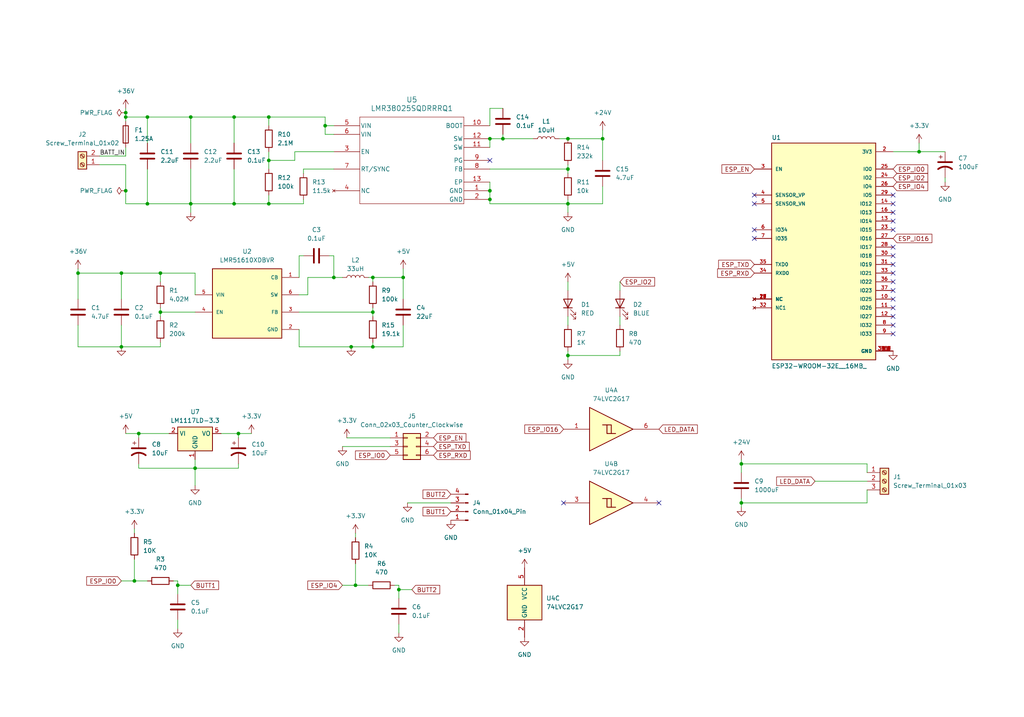
<source format=kicad_sch>
(kicad_sch (version 20231120) (generator "eeschema") (generator_version "8.0")
  (paper "User" 299.999 210.007)
  (lib_symbols
    (symbol "2024-02-11_01-34-23:LMR38025SQDRRRQ1" (pin_names (offset 0.254))
      (property "Reference" "U5" (at 22.86 10.16 0))
      (property "Value" "LMR38025SQDRRRQ1" (at 22.86 7.62 0))
      (symbol "LMR38025SQDRRRQ1_0_1"
        (polyline (pts (xy 7.62 -20.32) (xy 38.1 -20.32)) (stroke (width 0.127)))
        (polyline (pts (xy 7.62 5.08) (xy 7.62 -20.32)) (stroke (width 0.127)))
        (polyline (pts (xy 38.1 -20.32) (xy 38.1 5.08)) (stroke (width 0.127)))
        (polyline (pts (xy 38.1 5.08) (xy 7.62 5.08)) (stroke (width 0.127)))
        (pin no_connect line (at 0 -16.51 0) (length 7.62) (name "NC") (number "4"))
        (pin power_in line (at 0 2.54 0) (length 7.62) (name "VIN") (number "5"))
        (pin power_in line (at 0 0 0) (length 7.62) (name "VIN") (number "6"))
      )
      (symbol "LMR38025SQDRRRQ1_1_1"
        (pin power_in line (at 45.72 -16.51 180) (length 7.62) (name "GND") (number "1"))
        (pin passive line (at 45.72 2.54 180) (length 7.62) (name "BOOT") (number "10"))
        (pin passive line (at 45.72 -3.81 180) (length 7.62) (name "SW") (number "11"))
        (pin power_out line (at 45.72 -1.27 180) (length 7.62) (name "SW") (number "12"))
        (pin power_in line (at 45.72 -13.97 180) (length 7.62) (name "EP") (number "13"))
        (pin power_in line (at 45.72 -19.05 180) (length 7.62) (name "GND") (number "2"))
        (pin input line (at 0 -5.08 0) (length 7.62) (name "EN") (number "3"))
        (pin passive line (at 0 -10.16 0) (length 7.62) (name "RT/SYNC") (number "7"))
        (pin input line (at 45.72 -10.16 180) (length 7.62) (name "FB") (number "8"))
        (pin open_collector line (at 45.72 -7.62 180) (length 7.62) (name "PG") (number "9"))
      )
    )
    (symbol "74xGxx:74LVC2G17"
      (property "Reference" "U" (at -1.27 7.62 0))
      (property "Value" "74LVC2G17" (at 2.54 -7.62 0))
      (symbol "74LVC2G17_1_1"
        (polyline (pts (xy -2.54 1.27) (xy -1.27 1.27) (xy -1.27 -1.27)) (stroke (width 0.254)) (fill (type background)))
        (polyline (pts (xy -7.62 6.35) (xy -7.62 -6.35) (xy 5.08 0) (xy -7.62 6.35)) (stroke (width 0.254)) (fill (type background)))
        (polyline (pts (xy -3.81 1.27) (xy -2.54 1.27) (xy -2.54 -1.27) (xy 0 -1.27)) (stroke (width 0.254)) (fill (type background)))
        (pin input line (at -15.24 0 0) (length 7.62) (name "~") (number "1"))
        (pin output line (at 12.7 0 180) (length 7.62) (name "~") (number "6"))
      )
      (symbol "74LVC2G17_2_1"
        (polyline (pts (xy -2.54 1.27) (xy -1.27 1.27) (xy -1.27 -1.27)) (stroke (width 0.254)) (fill (type background)))
        (polyline (pts (xy -7.62 6.35) (xy -7.62 -6.35) (xy 5.08 0) (xy -7.62 6.35)) (stroke (width 0.254)) (fill (type background)))
        (polyline (pts (xy -3.81 1.27) (xy -2.54 1.27) (xy -2.54 -1.27) (xy 0 -1.27)) (stroke (width 0.254)) (fill (type background)))
        (pin input line (at -15.24 0 0) (length 7.62) (name "~") (number "3"))
        (pin output line (at 12.7 0 180) (length 7.62) (name "~") (number "4"))
      )
      (symbol "74LVC2G17_3_0"
        (rectangle (start -5.08 -5.08) (end 5.08 5.08) (stroke (width 0.254)) (fill (type background)))
      )
      (symbol "74LVC2G17_3_1"
        (pin power_in line (at 0 -10.16 90) (length 5.08) (name "GND") (number "2"))
        (pin power_in line (at 0 10.16 270) (length 5.08) (name "VCC") (number "5"))
      )
    )
    (symbol "Connector:Conn_01x04_Pin" (pin_names (offset 1.016) hide)
      (property "Reference" "J" (at 0 5.08 0))
      (property "Value" "Conn_01x04_Pin" (at 0 -7.62 0))
      (symbol "Conn_01x04_Pin_1_1"
        (polyline (pts (xy 1.27 -5.08) (xy 0.8636 -5.08)) (stroke (width 0.1524)))
        (polyline (pts (xy 1.27 -2.54) (xy 0.8636 -2.54)) (stroke (width 0.1524)))
        (polyline (pts (xy 1.27 0) (xy 0.8636 0)) (stroke (width 0.1524)))
        (polyline (pts (xy 1.27 2.54) (xy 0.8636 2.54)) (stroke (width 0.1524)))
        (rectangle (start 0.8636 -4.953) (end 0 -5.207) (stroke (width 0.1524)) (fill (type outline)))
        (rectangle (start 0.8636 -2.413) (end 0 -2.667) (stroke (width 0.1524)) (fill (type outline)))
        (rectangle (start 0.8636 0.127) (end 0 -0.127) (stroke (width 0.1524)) (fill (type outline)))
        (rectangle (start 0.8636 2.667) (end 0 2.413) (stroke (width 0.1524)) (fill (type outline)))
        (pin passive line (at 5.08 2.54 180) (length 3.81) (name "Pin_1") (number "1"))
        (pin passive line (at 5.08 0 180) (length 3.81) (name "Pin_2") (number "2"))
        (pin passive line (at 5.08 -2.54 180) (length 3.81) (name "Pin_3") (number "3"))
        (pin passive line (at 5.08 -5.08 180) (length 3.81) (name "Pin_4") (number "4"))
      )
    )
    (symbol "Connector:Screw_Terminal_01x02" (pin_names (offset 1.016) hide)
      (property "Reference" "J" (at 0 2.54 0))
      (property "Value" "Screw_Terminal_01x02" (at 0 -5.08 0))
      (symbol "Screw_Terminal_01x02_1_1"
        (rectangle (start -1.27 1.27) (end 1.27 -3.81) (stroke (width 0.254)) (fill (type background)))
        (circle (center 0 -2.54) (radius 0.635) (stroke (width 0.1524)))
        (polyline (pts (xy -0.5334 -2.2098) (xy 0.3302 -3.048)) (stroke (width 0.1524)))
        (polyline (pts (xy -0.5334 0.3302) (xy 0.3302 -0.508)) (stroke (width 0.1524)))
        (polyline (pts (xy -0.3556 -2.032) (xy 0.508 -2.8702)) (stroke (width 0.1524)))
        (polyline (pts (xy -0.3556 0.508) (xy 0.508 -0.3302)) (stroke (width 0.1524)))
        (circle (center 0 0) (radius 0.635) (stroke (width 0.1524)))
        (pin passive line (at -5.08 0 0) (length 3.81) (name "Pin_1") (number "1"))
        (pin passive line (at -5.08 -2.54 0) (length 3.81) (name "Pin_2") (number "2"))
      )
    )
    (symbol "Connector:Screw_Terminal_01x03" (pin_names (offset 1.016) hide)
      (property "Reference" "J" (at 0 5.08 0))
      (property "Value" "Screw_Terminal_01x03" (at 0 -5.08 0))
      (symbol "Screw_Terminal_01x03_1_1"
        (rectangle (start -1.27 3.81) (end 1.27 -3.81) (stroke (width 0.254)) (fill (type background)))
        (circle (center 0 -2.54) (radius 0.635) (stroke (width 0.1524)))
        (polyline (pts (xy -0.5334 -2.2098) (xy 0.3302 -3.048)) (stroke (width 0.1524)))
        (polyline (pts (xy -0.5334 0.3302) (xy 0.3302 -0.508)) (stroke (width 0.1524)))
        (polyline (pts (xy -0.5334 2.8702) (xy 0.3302 2.032)) (stroke (width 0.1524)))
        (polyline (pts (xy -0.3556 -2.032) (xy 0.508 -2.8702)) (stroke (width 0.1524)))
        (polyline (pts (xy -0.3556 0.508) (xy 0.508 -0.3302)) (stroke (width 0.1524)))
        (polyline (pts (xy -0.3556 3.048) (xy 0.508 2.2098)) (stroke (width 0.1524)))
        (circle (center 0 0) (radius 0.635) (stroke (width 0.1524)))
        (circle (center 0 2.54) (radius 0.635) (stroke (width 0.1524)))
        (pin passive line (at -5.08 2.54 0) (length 3.81) (name "Pin_1") (number "1"))
        (pin passive line (at -5.08 0 0) (length 3.81) (name "Pin_2") (number "2"))
        (pin passive line (at -5.08 -2.54 0) (length 3.81) (name "Pin_3") (number "3"))
      )
    )
    (symbol "Connector_Generic:Conn_02x03_Odd_Even" (pin_names (offset 1.016) hide)
      (property "Reference" "J" (at 1.27 5.08 0))
      (property "Value" "Conn_02x03_Odd_Even" (at 1.27 -5.08 0))
      (symbol "Conn_02x03_Odd_Even_1_1"
        (rectangle (start -1.27 -2.413) (end 0 -2.667) (stroke (width 0.1524)))
        (rectangle (start -1.27 0.127) (end 0 -0.127) (stroke (width 0.1524)))
        (rectangle (start -1.27 2.667) (end 0 2.413) (stroke (width 0.1524)))
        (rectangle (start -1.27 3.81) (end 3.81 -3.81) (stroke (width 0.254)) (fill (type background)))
        (rectangle (start 3.81 -2.413) (end 2.54 -2.667) (stroke (width 0.1524)))
        (rectangle (start 3.81 0.127) (end 2.54 -0.127) (stroke (width 0.1524)))
        (rectangle (start 3.81 2.667) (end 2.54 2.413) (stroke (width 0.1524)))
        (pin passive line (at -5.08 2.54 0) (length 3.81) (name "Pin_1") (number "1"))
        (pin passive line (at 7.62 2.54 180) (length 3.81) (name "Pin_2") (number "2"))
        (pin passive line (at -5.08 0 0) (length 3.81) (name "Pin_3") (number "3"))
        (pin passive line (at 7.62 0 180) (length 3.81) (name "Pin_4") (number "4"))
        (pin passive line (at -5.08 -2.54 0) (length 3.81) (name "Pin_5") (number "5"))
        (pin passive line (at 7.62 -2.54 180) (length 3.81) (name "Pin_6") (number "6"))
      )
    )
    (symbol "Device:C" (pin_numbers hide) (pin_names (offset 0.254))
      (property "Reference" "C" (at 0.635 2.54 0))
      (property "Value" "C" (at 0.635 -2.54 0))
      (symbol "C_0_1"
        (polyline (pts (xy -2.032 -0.762) (xy 2.032 -0.762)) (stroke (width 0.508)))
        (polyline (pts (xy -2.032 0.762) (xy 2.032 0.762)) (stroke (width 0.508)))
      )
      (symbol "C_1_1"
        (pin passive line (at 0 3.81 270) (length 2.794) (name "~") (number "1"))
        (pin passive line (at 0 -3.81 90) (length 2.794) (name "~") (number "2"))
      )
    )
    (symbol "Device:C_Polarized_US" (pin_numbers hide) (pin_names (offset 0.254) hide)
      (property "Reference" "C" (at 0.635 2.54 0))
      (property "Value" "C_Polarized_US" (at 0.635 -2.54 0))
      (symbol "C_Polarized_US_0_1"
        (polyline (pts (xy -2.032 0.762) (xy 2.032 0.762)) (stroke (width 0.508)))
        (polyline (pts (xy -1.778 2.286) (xy -0.762 2.286)))
        (polyline (pts (xy -1.27 1.778) (xy -1.27 2.794)))
        (arc (start 2.032 -1.27) (mid 0 -0.5572) (end -2.032 -1.27) (stroke (width 0.508)))
      )
      (symbol "C_Polarized_US_1_1"
        (pin passive line (at 0 3.81 270) (length 2.794) (name "~") (number "1"))
        (pin passive line (at 0 -3.81 90) (length 3.302) (name "~") (number "2"))
      )
    )
    (symbol "Device:Fuse" (pin_numbers hide) (pin_names (offset 0))
      (property "Reference" "F" (at 2.032 0 90))
      (property "Value" "Fuse" (at -1.905 0 90))
      (symbol "Fuse_0_1"
        (rectangle (start -0.762 -2.54) (end 0.762 2.54) (stroke (width 0.254)))
        (polyline (pts (xy 0 2.54) (xy 0 -2.54)))
      )
      (symbol "Fuse_1_1"
        (pin passive line (at 0 3.81 270) (length 1.27) (name "~") (number "1"))
        (pin passive line (at 0 -3.81 90) (length 1.27) (name "~") (number "2"))
      )
    )
    (symbol "Device:L" (pin_numbers hide) (pin_names (offset 1.016) hide)
      (property "Reference" "L" (at -1.27 0 90))
      (property "Value" "L" (at 1.905 0 90))
      (symbol "L_0_1"
        (arc (start 0 -2.54) (mid 0.6323 -1.905) (end 0 -1.27))
        (arc (start 0 -1.27) (mid 0.6323 -0.635) (end 0 0))
        (arc (start 0 0) (mid 0.6323 0.635) (end 0 1.27))
        (arc (start 0 1.27) (mid 0.6323 1.905) (end 0 2.54))
      )
      (symbol "L_1_1"
        (pin passive line (at 0 3.81 270) (length 1.27) (name "1") (number "1"))
        (pin passive line (at 0 -3.81 90) (length 1.27) (name "2") (number "2"))
      )
    )
    (symbol "Device:LED" (pin_numbers hide) (pin_names (offset 1.016) hide)
      (property "Reference" "D" (at 0 2.54 0))
      (property "Value" "LED" (at 0 -2.54 0))
      (symbol "LED_0_1"
        (polyline (pts (xy -1.27 -1.27) (xy -1.27 1.27)) (stroke (width 0.254)))
        (polyline (pts (xy -1.27 0) (xy 1.27 0)))
        (polyline (pts (xy 1.27 -1.27) (xy 1.27 1.27) (xy -1.27 0) (xy 1.27 -1.27)) (stroke (width 0.254)))
        (polyline (pts (xy -3.048 -0.762) (xy -4.572 -2.286) (xy -3.81 -2.286) (xy -4.572 -2.286) (xy -4.572 -1.524)))
        (polyline (pts (xy -1.778 -0.762) (xy -3.302 -2.286) (xy -2.54 -2.286) (xy -3.302 -2.286) (xy -3.302 -1.524)))
      )
      (symbol "LED_1_1"
        (pin passive line (at -3.81 0 0) (length 2.54) (name "K") (number "1"))
        (pin passive line (at 3.81 0 180) (length 2.54) (name "A") (number "2"))
      )
    )
    (symbol "Device:R" (pin_numbers hide) (pin_names (offset 0))
      (property "Reference" "R" (at 2.032 0 90))
      (property "Value" "R" (at 0 0 90))
      (symbol "R_0_1"
        (rectangle (start -1.016 -2.54) (end 1.016 2.54) (stroke (width 0.254)))
      )
      (symbol "R_1_1"
        (pin passive line (at 0 3.81 270) (length 1.27) (name "~") (number "1"))
        (pin passive line (at 0 -3.81 90) (length 1.27) (name "~") (number "2"))
      )
    )
    (symbol "ESP32-WROOM-32E__16MB_:ESP32-WROOM-32E__16MB_" (pin_names (offset 1.016))
      (property "Reference" "U" (at -15.24 33.909 0))
      (property "Value" "ESP32-WROOM-32E__16MB_" (at -15.24 -33.02 0))
      (symbol "ESP32-WROOM-32E__16MB__0_0"
        (rectangle (start -15.24 -30.48) (end 15.24 33.02) (stroke (width 0.254)) (fill (type background)))
        (pin power_in line (at 20.32 -27.94 180) (length 5.08) (name "GND") (number "1"))
        (pin bidirectional line (at 20.32 -12.7 180) (length 5.08) (name "IO25") (number "10"))
        (pin bidirectional line (at 20.32 -15.24 180) (length 5.08) (name "IO26") (number "11"))
        (pin bidirectional line (at 20.32 -17.78 180) (length 5.08) (name "IO27") (number "12"))
        (pin bidirectional line (at 20.32 10.16 180) (length 5.08) (name "IO14") (number "13"))
        (pin bidirectional line (at 20.32 15.24 180) (length 5.08) (name "IO12") (number "14"))
        (pin power_in line (at 20.32 -27.94 180) (length 5.08) (name "GND") (number "15"))
        (pin bidirectional line (at 20.32 12.7 180) (length 5.08) (name "IO13") (number "16"))
        (pin no_connect line (at -20.32 -12.7 0) (length 5.08) (name "NC") (number "17"))
        (pin no_connect line (at -20.32 -12.7 0) (length 5.08) (name "NC") (number "18"))
        (pin no_connect line (at -20.32 -12.7 0) (length 5.08) (name "NC") (number "19"))
        (pin power_in line (at 20.32 30.48 180) (length 5.08) (name "3V3") (number "2"))
        (pin no_connect line (at -20.32 -12.7 0) (length 5.08) (name "NC") (number "20"))
        (pin no_connect line (at -20.32 -12.7 0) (length 5.08) (name "NC") (number "21"))
        (pin no_connect line (at -20.32 -12.7 0) (length 5.08) (name "NC") (number "22"))
        (pin bidirectional line (at 20.32 7.62 180) (length 5.08) (name "IO15") (number "23"))
        (pin bidirectional line (at 20.32 22.86 180) (length 5.08) (name "IO2") (number "24"))
        (pin bidirectional line (at 20.32 25.4 180) (length 5.08) (name "IO0") (number "25"))
        (pin bidirectional line (at 20.32 20.32 180) (length 5.08) (name "IO4") (number "26"))
        (pin bidirectional line (at 20.32 5.08 180) (length 5.08) (name "IO16") (number "27"))
        (pin bidirectional line (at 20.32 2.54 180) (length 5.08) (name "IO17") (number "28"))
        (pin bidirectional line (at 20.32 17.78 180) (length 5.08) (name "IO5") (number "29"))
        (pin input line (at -20.32 25.4 0) (length 5.08) (name "EN") (number "3"))
        (pin bidirectional line (at 20.32 0 180) (length 5.08) (name "IO18") (number "30"))
        (pin bidirectional line (at 20.32 -2.54 180) (length 5.08) (name "IO19") (number "31"))
        (pin no_connect line (at -20.32 -15.24 0) (length 5.08) (name "NC1") (number "32"))
        (pin bidirectional line (at 20.32 -5.08 180) (length 5.08) (name "IO21") (number "33"))
        (pin bidirectional line (at -20.32 -5.08 0) (length 5.08) (name "RXD0") (number "34"))
        (pin bidirectional line (at -20.32 -2.54 0) (length 5.08) (name "TXD0") (number "35"))
        (pin bidirectional line (at 20.32 -7.62 180) (length 5.08) (name "IO22") (number "36"))
        (pin bidirectional line (at 20.32 -10.16 180) (length 5.08) (name "IO23") (number "37"))
        (pin power_in line (at 20.32 -27.94 180) (length 5.08) (name "GND") (number "38"))
        (pin power_in line (at 20.32 -27.94 180) (length 5.08) (name "GND") (number "39_1"))
        (pin power_in line (at 20.32 -27.94 180) (length 5.08) (name "GND") (number "39_2"))
        (pin power_in line (at 20.32 -27.94 180) (length 5.08) (name "GND") (number "39_3"))
        (pin power_in line (at 20.32 -27.94 180) (length 5.08) (name "GND") (number "39_4"))
        (pin power_in line (at 20.32 -27.94 180) (length 5.08) (name "GND") (number "39_5"))
        (pin power_in line (at 20.32 -27.94 180) (length 5.08) (name "GND") (number "39_6"))
        (pin power_in line (at 20.32 -27.94 180) (length 5.08) (name "GND") (number "39_7"))
        (pin power_in line (at 20.32 -27.94 180) (length 5.08) (name "GND") (number "39_8"))
        (pin power_in line (at 20.32 -27.94 180) (length 5.08) (name "GND") (number "39_9"))
        (pin input line (at -20.32 17.78 0) (length 5.08) (name "SENSOR_VP") (number "4"))
        (pin input line (at -20.32 15.24 0) (length 5.08) (name "SENSOR_VN") (number "5"))
        (pin input line (at -20.32 7.62 0) (length 5.08) (name "IO34") (number "6"))
        (pin input line (at -20.32 5.08 0) (length 5.08) (name "IO35") (number "7"))
        (pin bidirectional line (at 20.32 -20.32 180) (length 5.08) (name "IO32") (number "8"))
        (pin bidirectional line (at 20.32 -22.86 180) (length 5.08) (name "IO33") (number "9"))
      )
    )
    (symbol "LMR51610XDBVR:LMR51610XDBVR" (pin_names (offset 1.016))
      (property "Reference" "U" (at -10.16 10.922 0))
      (property "Value" "LMR51610XDBVR" (at -10.16 -12.7 0))
      (symbol "LMR51610XDBVR_0_0"
        (rectangle (start -10.16 -10.16) (end 10.16 10.16) (stroke (width 0.254)) (fill (type background)))
        (pin power_in line (at 15.24 7.62 180) (length 5.08) (name "CB") (number "1"))
        (pin power_in line (at 15.24 -7.62 180) (length 5.08) (name "GND") (number "2"))
        (pin input line (at 15.24 -2.54 180) (length 5.08) (name "FB") (number "3"))
        (pin input line (at -15.24 -2.54 0) (length 5.08) (name "EN") (number "4"))
        (pin input line (at -15.24 2.54 0) (length 5.08) (name "VIN") (number "5"))
        (pin output line (at 15.24 2.54 180) (length 5.08) (name "SW") (number "6"))
      )
    )
    (symbol "Regulator_Linear:LM1117LD-3.3"
      (property "Reference" "U" (at -3.81 3.175 0))
      (property "Value" "LM1117LD-3.3" (at 0 3.175 0))
      (symbol "LM1117LD-3.3_0_1"
        (rectangle (start -5.08 -5.08) (end 5.08 1.905) (stroke (width 0.254)) (fill (type background)))
      )
      (symbol "LM1117LD-3.3_1_1"
        (pin power_in line (at 0 -7.62 90) (length 2.54) (name "GND") (number "1"))
        (pin power_in line (at -7.62 0 0) (length 2.54) (name "VI") (number "2"))
        (pin passive line (at -7.62 0 0) (length 2.54) hide (name "VI") (number "3"))
        (pin passive line (at -7.62 0 0) (length 2.54) hide (name "VI") (number "4"))
        (pin power_out line (at 7.62 0 180) (length 2.54) (name "VO") (number "5"))
        (pin passive line (at 7.62 0 180) (length 2.54) hide (name "VO") (number "6"))
        (pin passive line (at 7.62 0 180) (length 2.54) hide (name "VO") (number "7"))
        (pin no_connect line (at 5.08 -2.54 180) (length 2.54) hide (name "NC") (number "8"))
        (pin passive line (at 7.62 0 180) (length 2.54) hide (name "VO") (number "9"))
      )
    )
    (symbol "power:+24V" (power) (pin_names (offset 0))
      (property "Value" "+24V" (at 0 3.556 0))
      (symbol "+24V_0_1"
        (polyline (pts (xy -0.762 1.27) (xy 0 2.54)))
        (polyline (pts (xy 0 0) (xy 0 2.54)))
        (polyline (pts (xy 0 2.54) (xy 0.762 1.27)))
      )
      (symbol "+24V_1_1"
        (pin power_in line (at 0 0 90) (length 0) hide (name "+24V") (number "1"))
      )
    )
    (symbol "power:+3.3V" (power) (pin_names (offset 0))
      (property "Value" "+3.3V" (at 0 3.556 0))
      (symbol "+3.3V_0_1"
        (polyline (pts (xy -0.762 1.27) (xy 0 2.54)))
        (polyline (pts (xy 0 0) (xy 0 2.54)))
        (polyline (pts (xy 0 2.54) (xy 0.762 1.27)))
      )
      (symbol "+3.3V_1_1"
        (pin power_in line (at 0 0 90) (length 0) hide (name "+3.3V") (number "1"))
      )
    )
    (symbol "power:+36V" (power) (pin_names (offset 0))
      (property "Value" "+36V" (at 0 3.556 0))
      (symbol "+36V_0_1"
        (polyline (pts (xy -0.762 1.27) (xy 0 2.54)))
        (polyline (pts (xy 0 0) (xy 0 2.54)))
        (polyline (pts (xy 0 2.54) (xy 0.762 1.27)))
      )
      (symbol "+36V_1_1"
        (pin power_in line (at 0 0 90) (length 0) hide (name "+36V") (number "1"))
      )
    )
    (symbol "power:+5V" (power) (pin_names (offset 0))
      (property "Value" "+5V" (at 0 3.556 0))
      (symbol "+5V_0_1"
        (polyline (pts (xy -0.762 1.27) (xy 0 2.54)))
        (polyline (pts (xy 0 0) (xy 0 2.54)))
        (polyline (pts (xy 0 2.54) (xy 0.762 1.27)))
      )
      (symbol "+5V_1_1"
        (pin power_in line (at 0 0 90) (length 0) hide (name "+5V") (number "1"))
      )
    )
    (symbol "power:GND" (power) (pin_names (offset 0))
      (property "Value" "GND" (at 0 -3.81 0))
      (symbol "GND_0_1"
        (polyline (pts (xy 0 0) (xy 0 -1.27) (xy 1.27 -1.27) (xy 0 -2.54) (xy -1.27 -1.27) (xy 0 -1.27)))
      )
      (symbol "GND_1_1"
        (pin power_in line (at 0 0 270) (length 0) hide (name "GND") (number "1"))
      )
    )
    (symbol "power:PWR_FLAG" (power) (pin_numbers hide) (pin_names (offset 0) hide)
      (property "Value" "PWR_FLAG" (at 0 3.81 0))
      (symbol "PWR_FLAG_0_0"
        (pin power_out line (at 0 0 90) (length 0) (name "pwr") (number "1"))
      )
      (symbol "PWR_FLAG_0_1"
        (polyline (pts (xy 0 0) (xy 0 1.27) (xy -1.016 1.905) (xy 0 2.54) (xy 1.016 1.905) (xy 0 1.27)))
      )
    )
  )
  (junction (at 166.37 40.64))
  (junction (at 68.58 34.29))
  (junction (at 36.83 55.88))
  (junction (at 97.79 81.28))
  (junction (at 104.14 171.45))
  (junction (at 109.22 91.44))
  (junction (at 166.37 59.69))
  (junction (at 35.56 101.6))
  (junction (at 95.25 36.83))
  (junction (at 57.15 137.16))
  (junction (at 143.51 40.64))
  (junction (at 36.83 34.29))
  (junction (at 43.18 59.69))
  (junction (at 166.37 49.53))
  (junction (at 109.22 101.6))
  (junction (at 116.84 172.72))
  (junction (at 166.37 104.14))
  (junction (at 46.99 91.44))
  (junction (at 217.17 147.32))
  (junction (at 147.32 40.64))
  (junction (at 69.85 127))
  (junction (at 78.74 59.69))
  (junction (at 68.58 59.69))
  (junction (at 40.64 127))
  (junction (at 55.88 59.69))
  (junction (at 35.56 80.01))
  (junction (at 102.87 101.6))
  (junction (at 55.88 34.29))
  (junction (at 52.07 171.45))
  (junction (at 143.51 55.88))
  (junction (at 46.99 80.01))
  (junction (at 39.37 170.18))
  (junction (at 78.74 46.99))
  (junction (at 143.51 58.42))
  (junction (at 43.18 34.29))
  (junction (at 22.86 80.01))
  (junction (at 217.17 135.89))
  (junction (at 269.24 44.45))
  (junction (at 36.83 33.02))
  (junction (at 109.22 81.28))
  (junction (at 78.74 34.29))
  (junction (at 176.53 40.64))
  (junction (at 118.11 81.28))
  (no_connect (at 261.62 59.69))
  (no_connect (at 143.51 46.99))
  (no_connect (at 220.98 69.85))
  (no_connect (at 261.62 92.71))
  (no_connect (at 261.62 67.31))
  (no_connect (at 220.98 57.15))
  (no_connect (at 220.98 67.31))
  (no_connect (at 261.62 57.15))
  (no_connect (at 193.04 147.32))
  (no_connect (at 220.98 59.69))
  (no_connect (at 261.62 62.23))
  (no_connect (at 261.62 87.63))
  (no_connect (at 261.62 74.93))
  (no_connect (at 261.62 77.47))
  (no_connect (at 261.62 97.79))
  (no_connect (at 261.62 85.09))
  (no_connect (at 165.1 147.32))
  (no_connect (at 261.62 80.01))
  (no_connect (at 261.62 95.25))
  (no_connect (at 261.62 64.77))
  (no_connect (at 261.62 82.55))
  (no_connect (at 261.62 90.17))
  (no_connect (at 261.62 72.39))
  (wire (pts (xy 97.79 44.45) (xy 86.36 44.45)))
  (wire (pts (xy 43.18 49.53) (xy 43.18 59.69)))
  (wire (pts (xy 46.99 100.33) (xy 46.99 101.6)))
  (wire (pts (xy 181.61 82.55) (xy 181.61 85.09)))
  (wire (pts (xy 120.65 172.72) (xy 116.84 172.72)))
  (wire (pts (xy 68.58 34.29) (xy 78.74 34.29)))
  (wire (pts (xy 36.83 34.29) (xy 43.18 34.29)))
  (wire (pts (xy 55.88 49.53) (xy 55.88 59.69)))
  (wire (pts (xy 163.83 40.64) (xy 166.37 40.64)))
  (wire (pts (xy 69.85 127) (xy 73.66 127)))
  (wire (pts (xy 57.15 80.01) (xy 46.99 80.01)))
  (wire (pts (xy 40.64 135.89) (xy 40.64 137.16)))
  (wire (pts (xy 36.83 55.88) (xy 36.83 59.69)))
  (wire (pts (xy 22.86 101.6) (xy 35.56 101.6)))
  (wire (pts (xy 87.63 74.93) (xy 88.9 74.93)))
  (wire (pts (xy 118.11 81.28) (xy 118.11 87.63)))
  (wire (pts (xy 36.83 35.56) (xy 36.83 34.29)))
  (wire (pts (xy 90.17 81.28) (xy 90.17 86.36)))
  (wire (pts (xy 143.51 40.64) (xy 143.51 43.18)))
  (wire (pts (xy 143.51 58.42) (xy 143.51 59.69)))
  (wire (pts (xy 97.79 36.83) (xy 95.25 36.83)))
  (wire (pts (xy 68.58 49.53) (xy 68.58 59.69)))
  (wire (pts (xy 143.51 53.34) (xy 143.51 55.88)))
  (wire (pts (xy 87.63 91.44) (xy 109.22 91.44)))
  (wire (pts (xy 43.18 59.69) (xy 55.88 59.69)))
  (wire (pts (xy 166.37 82.55) (xy 166.37 85.09)))
  (wire (pts (xy 217.17 134.62) (xy 217.17 135.89)))
  (wire (pts (xy 78.74 59.69) (xy 88.9 59.69)))
  (wire (pts (xy 95.25 39.37) (xy 95.25 36.83)))
  (wire (pts (xy 217.17 147.32) (xy 254 147.32)))
  (wire (pts (xy 100.33 171.45) (xy 104.14 171.45)))
  (wire (pts (xy 181.61 104.14) (xy 166.37 104.14)))
  (wire (pts (xy 116.84 182.88) (xy 116.84 185.42)))
  (wire (pts (xy 46.99 91.44) (xy 46.99 92.71)))
  (wire (pts (xy 217.17 147.32) (xy 217.17 146.05)))
  (wire (pts (xy 176.53 46.99) (xy 176.53 40.64)))
  (wire (pts (xy 35.56 95.25) (xy 35.56 101.6)))
  (wire (pts (xy 166.37 102.87) (xy 166.37 104.14)))
  (wire (pts (xy 57.15 137.16) (xy 57.15 142.24)))
  (wire (pts (xy 254 135.89) (xy 254 138.43)))
  (wire (pts (xy 109.22 91.44) (xy 109.22 92.71)))
  (wire (pts (xy 116.84 172.72) (xy 116.84 175.26)))
  (wire (pts (xy 78.74 34.29) (xy 78.74 36.83)))
  (wire (pts (xy 29.21 48.26) (xy 36.83 48.26)))
  (wire (pts (xy 109.22 100.33) (xy 109.22 101.6)))
  (wire (pts (xy 36.83 59.69) (xy 43.18 59.69)))
  (wire (pts (xy 52.07 171.45) (xy 52.07 173.99)))
  (wire (pts (xy 87.63 96.52) (xy 87.63 101.6)))
  (wire (pts (xy 261.62 44.45) (xy 269.24 44.45)))
  (wire (pts (xy 100.33 130.81) (xy 114.3 130.81)))
  (wire (pts (xy 55.88 59.69) (xy 68.58 59.69)))
  (wire (pts (xy 36.83 43.18) (xy 36.83 45.72)))
  (wire (pts (xy 97.79 74.93) (xy 96.52 74.93)))
  (wire (pts (xy 109.22 81.28) (xy 118.11 81.28)))
  (wire (pts (xy 35.56 87.63) (xy 35.56 80.01)))
  (wire (pts (xy 78.74 57.15) (xy 78.74 59.69)))
  (wire (pts (xy 36.83 48.26) (xy 36.83 55.88)))
  (wire (pts (xy 68.58 59.69) (xy 78.74 59.69)))
  (wire (pts (xy 147.32 40.64) (xy 156.21 40.64)))
  (wire (pts (xy 35.56 101.6) (xy 46.99 101.6)))
  (wire (pts (xy 143.51 49.53) (xy 166.37 49.53)))
  (wire (pts (xy 166.37 49.53) (xy 166.37 48.26)))
  (wire (pts (xy 181.61 102.87) (xy 181.61 104.14)))
  (wire (pts (xy 166.37 59.69) (xy 176.53 59.69)))
  (wire (pts (xy 57.15 86.36) (xy 57.15 80.01)))
  (wire (pts (xy 39.37 154.94) (xy 39.37 156.21)))
  (wire (pts (xy 147.32 39.37) (xy 147.32 40.64)))
  (wire (pts (xy 86.36 44.45) (xy 86.36 46.99)))
  (wire (pts (xy 109.22 90.17) (xy 109.22 91.44)))
  (wire (pts (xy 115.57 171.45) (xy 116.84 171.45)))
  (wire (pts (xy 181.61 92.71) (xy 181.61 95.25)))
  (wire (pts (xy 176.53 54.61) (xy 176.53 59.69)))
  (wire (pts (xy 90.17 81.28) (xy 97.79 81.28)))
  (wire (pts (xy 254 147.32) (xy 254 143.51)))
  (wire (pts (xy 238.76 140.97) (xy 254 140.97)))
  (wire (pts (xy 104.14 165.1) (xy 104.14 171.45)))
  (wire (pts (xy 57.15 137.16) (xy 69.85 137.16)))
  (wire (pts (xy 69.85 127) (xy 69.85 128.27)))
  (wire (pts (xy 88.9 49.53) (xy 97.79 49.53)))
  (wire (pts (xy 176.53 38.1) (xy 176.53 40.64)))
  (wire (pts (xy 104.14 171.45) (xy 107.95 171.45)))
  (wire (pts (xy 39.37 163.83) (xy 39.37 170.18)))
  (wire (pts (xy 143.51 55.88) (xy 143.51 58.42)))
  (wire (pts (xy 87.63 81.28) (xy 87.63 74.93)))
  (wire (pts (xy 269.24 44.45) (xy 276.86 44.45)))
  (wire (pts (xy 166.37 92.71) (xy 166.37 95.25)))
  (wire (pts (xy 50.8 170.18) (xy 52.07 170.18)))
  (wire (pts (xy 36.83 45.72) (xy 29.21 45.72)))
  (wire (pts (xy 22.86 78.74) (xy 22.86 80.01)))
  (wire (pts (xy 217.17 148.59) (xy 217.17 147.32)))
  (wire (pts (xy 97.79 39.37) (xy 95.25 39.37)))
  (wire (pts (xy 87.63 101.6) (xy 102.87 101.6)))
  (wire (pts (xy 217.17 135.89) (xy 217.17 138.43)))
  (wire (pts (xy 100.33 81.28) (xy 97.79 81.28)))
  (wire (pts (xy 166.37 49.53) (xy 166.37 50.8)))
  (wire (pts (xy 46.99 90.17) (xy 46.99 91.44)))
  (wire (pts (xy 46.99 82.55) (xy 46.99 80.01)))
  (wire (pts (xy 118.11 78.74) (xy 118.11 81.28)))
  (wire (pts (xy 109.22 81.28) (xy 109.22 82.55)))
  (wire (pts (xy 176.53 40.64) (xy 166.37 40.64)))
  (wire (pts (xy 104.14 156.21) (xy 104.14 157.48)))
  (wire (pts (xy 276.86 52.07) (xy 276.86 53.34)))
  (wire (pts (xy 143.51 40.64) (xy 147.32 40.64)))
  (wire (pts (xy 36.83 33.02) (xy 36.83 34.29)))
  (wire (pts (xy 36.83 31.75) (xy 36.83 33.02)))
  (wire (pts (xy 166.37 62.23) (xy 166.37 59.69)))
  (wire (pts (xy 52.07 170.18) (xy 52.07 171.45)))
  (wire (pts (xy 22.86 80.01) (xy 35.56 80.01)))
  (wire (pts (xy 119.38 147.32) (xy 132.08 147.32)))
  (wire (pts (xy 78.74 34.29) (xy 95.25 34.29)))
  (wire (pts (xy 109.22 101.6) (xy 102.87 101.6)))
  (wire (pts (xy 86.36 46.99) (xy 78.74 46.99)))
  (wire (pts (xy 55.88 34.29) (xy 68.58 34.29)))
  (wire (pts (xy 55.88 62.23) (xy 55.88 59.69)))
  (wire (pts (xy 57.15 134.62) (xy 57.15 137.16)))
  (wire (pts (xy 35.56 170.18) (xy 39.37 170.18)))
  (wire (pts (xy 143.51 31.75) (xy 147.32 31.75)))
  (wire (pts (xy 57.15 91.44) (xy 46.99 91.44)))
  (wire (pts (xy 69.85 137.16) (xy 69.85 135.89)))
  (wire (pts (xy 78.74 46.99) (xy 78.74 49.53)))
  (wire (pts (xy 116.84 171.45) (xy 116.84 172.72)))
  (wire (pts (xy 43.18 34.29) (xy 55.88 34.29)))
  (wire (pts (xy 36.83 127) (xy 40.64 127)))
  (wire (pts (xy 64.77 127) (xy 69.85 127)))
  (wire (pts (xy 22.86 80.01) (xy 22.86 87.63)))
  (wire (pts (xy 39.37 170.18) (xy 43.18 170.18)))
  (wire (pts (xy 22.86 95.25) (xy 22.86 101.6)))
  (wire (pts (xy 166.37 104.14) (xy 166.37 105.41)))
  (wire (pts (xy 118.11 95.25) (xy 118.11 101.6)))
  (wire (pts (xy 97.79 74.93) (xy 97.79 81.28)))
  (wire (pts (xy 68.58 41.91) (xy 68.58 34.29)))
  (wire (pts (xy 55.88 171.45) (xy 52.07 171.45)))
  (wire (pts (xy 101.6 128.27) (xy 114.3 128.27)))
  (wire (pts (xy 90.17 86.36) (xy 87.63 86.36)))
  (wire (pts (xy 88.9 49.53) (xy 88.9 50.8)))
  (wire (pts (xy 40.64 137.16) (xy 57.15 137.16)))
  (wire (pts (xy 269.24 41.91) (xy 269.24 44.45)))
  (wire (pts (xy 46.99 80.01) (xy 35.56 80.01)))
  (wire (pts (xy 43.18 34.29) (xy 43.18 41.91)))
  (wire (pts (xy 107.95 81.28) (xy 109.22 81.28)))
  (wire (pts (xy 55.88 34.29) (xy 55.88 41.91)))
  (wire (pts (xy 166.37 59.69) (xy 166.37 58.42)))
  (wire (pts (xy 217.17 135.89) (xy 254 135.89)))
  (wire (pts (xy 95.25 36.83) (xy 95.25 34.29)))
  (wire (pts (xy 52.07 181.61) (xy 52.07 184.15)))
  (wire (pts (xy 118.11 101.6) (xy 109.22 101.6)))
  (wire (pts (xy 143.51 59.69) (xy 166.37 59.69)))
  (wire (pts (xy 78.74 44.45) (xy 78.74 46.99)))
  (wire (pts (xy 143.51 36.83) (xy 143.51 31.75)))
  (wire (pts (xy 40.64 127) (xy 49.53 127)))
  (wire (pts (xy 40.64 128.27) (xy 40.64 127)))
  (wire (pts (xy 88.9 58.42) (xy 88.9 59.69)))
  (label "BATT_IN" (at 29.21 45.72 0))
  (global_label "ESP_TXD" (shape input) (at 127 130.81 0) (property "Intersheetrefs" "${INTERSHEET_REFS}" (effects (hide yes))))
  (global_label "BUTT1" (shape input) (at 132.08 149.86 180) (property "Intersheetrefs" "${INTERSHEET_REFS}" (effects (hide yes))))
  (global_label "LED_DATA" (shape input) (at 193.04 125.73 0) (property "Intersheetrefs" "${INTERSHEET_REFS}" (effects (hide yes))))
  (global_label "ESP_IO4" (shape input) (at 261.62 54.61 0) (property "Intersheetrefs" "${INTERSHEET_REFS}" (effects (hide yes))))
  (global_label "LED_DATA" (shape input) (at 238.76 140.97 180) (property "Intersheetrefs" "${INTERSHEET_REFS}" (effects (hide yes))))
  (global_label "ESP_RXD" (shape input) (at 127 133.35 0) (property "Intersheetrefs" "${INTERSHEET_REFS}" (effects (hide yes))))
  (global_label "ESP_RXD" (shape input) (at 220.98 80.01 180) (property "Intersheetrefs" "${INTERSHEET_REFS}" (effects (hide yes))))
  (global_label "BUTT1" (shape input) (at 55.88 171.45 0) (property "Intersheetrefs" "${INTERSHEET_REFS}" (effects (hide yes))))
  (global_label "ESP_IO16" (shape input) (at 261.62 69.85 0) (property "Intersheetrefs" "${INTERSHEET_REFS}" (effects (hide yes))))
  (global_label "ESP_IO16" (shape input) (at 165.1 125.73 180) (property "Intersheetrefs" "${INTERSHEET_REFS}" (effects (hide yes))))
  (global_label "ESP_IO2" (shape input) (at 261.62 52.07 0) (property "Intersheetrefs" "${INTERSHEET_REFS}" (effects (hide yes))))
  (global_label "ESP_TXD" (shape input) (at 220.98 77.47 180) (property "Intersheetrefs" "${INTERSHEET_REFS}" (effects (hide yes))))
  (global_label "ESP_EN" (shape input) (at 220.98 49.53 180) (property "Intersheetrefs" "${INTERSHEET_REFS}" (effects (hide yes))))
  (global_label "BUTT2" (shape input) (at 120.65 172.72 0) (property "Intersheetrefs" "${INTERSHEET_REFS}" (effects (hide yes))))
  (global_label "ESP_IO0" (shape input) (at 261.62 49.53 0) (property "Intersheetrefs" "${INTERSHEET_REFS}" (effects (hide yes))))
  (global_label "ESP_IO0" (shape input) (at 35.56 170.18 180) (property "Intersheetrefs" "${INTERSHEET_REFS}" (effects (hide yes))))
  (global_label "ESP_IO0" (shape input) (at 114.3 133.35 180) (property "Intersheetrefs" "${INTERSHEET_REFS}" (effects (hide yes))))
  (global_label "ESP_EN" (shape input) (at 127 128.27 0) (property "Intersheetrefs" "${INTERSHEET_REFS}" (effects (hide yes))))
  (global_label "ESP_IO2" (shape input) (at 181.61 82.55 0) (property "Intersheetrefs" "${INTERSHEET_REFS}" (effects (hide yes))))
  (global_label "BUTT2" (shape input) (at 132.08 144.78 180) (property "Intersheetrefs" "${INTERSHEET_REFS}" (effects (hide yes))))
  (global_label "ESP_IO4" (shape input) (at 100.33 171.45 180) (property "Intersheetrefs" "${INTERSHEET_REFS}" (effects (hide yes))))
  (symbol (lib_id "74xGxx:74LVC2G17") (at 180.34 147.32 0) (unit 2)
    (property "Reference" "U4" (at 179.07 135.89 0))
    (property "Value" "74LVC2G17" (at 179.07 138.43 0))
    (property "Footprint" "KiCad stuff:SOT95P280X145-6N" (effects (hide yes)))
    (property "Datasheet" "http://www.ti.com/lit/sg/scyt129e/scyt129e.pdf" (effects (hide yes)))
  )
  (symbol (lib_id "power:+36V") (at 36.83 31.75 0) (unit 1)
    (property "Reference" "#PWR030" (effects (hide yes)))
    (property "Value" "+36V" (at 36.83 26.67 0))
  )
  (symbol (lib_id "Device:R") (at 166.37 99.06 0) (unit 1)
    (property "Reference" "R7" (at 168.91 97.79 0) (effects (justify left)))
    (property "Value" "1K" (at 168.91 100.33 0) (effects (justify left)))
    (property "Footprint" "Resistor_SMD:R_0402_1005Metric" (effects (hide yes)))
  )
  (symbol (lib_id "Device:C") (at 217.17 142.24 0) (unit 1)
    (property "Reference" "C9" (at 220.98 140.97 0) (effects (justify left)))
    (property "Value" "1000uF" (at 220.98 143.51 0) (effects (justify left)))
    (property "Footprint" "KiCad stuff:CAP_EEEFT1C102AP" (effects (hide yes)))
  )
  (symbol (lib_id "Device:C") (at 92.71 74.93 90) (unit 1)
    (property "Reference" "C3" (at 92.71 67.31 90))
    (property "Value" "0.1uF" (at 92.71 69.85 90))
    (property "Footprint" "Capacitor_SMD:C_0402_1005Metric" (effects (hide yes)))
    (property "Description" "Unpolarized capacitor" (effects (hide yes)))
  )
  (symbol (lib_id "power:GND") (at 102.87 101.6 0) (unit 1)
    (property "Reference" "#PWR06" (effects (hide yes)))
    (property "Value" "GND" (effects (hide yes)))
  )
  (symbol (lib_id "power:+24V") (at 217.17 134.62 0) (unit 1)
    (property "Reference" "#PWR023" (effects (hide yes)))
    (property "Value" "+24V" (at 217.17 129.54 0))
  )
  (symbol (lib_id "Device:R") (at 46.99 170.18 90) (unit 1)
    (property "Reference" "R3" (at 46.99 163.83 90))
    (property "Value" "470" (at 46.99 166.37 90))
    (property "Footprint" "Resistor_SMD:R_0402_1005Metric" (effects (hide yes)))
  )
  (symbol (lib_id "Device:R") (at 181.61 99.06 0) (unit 1)
    (property "Reference" "R8" (at 184.15 97.79 0) (effects (justify left)))
    (property "Value" "470" (at 184.15 100.33 0) (effects (justify left)))
    (property "Footprint" "Resistor_SMD:R_0402_1005Metric" (effects (hide yes)))
  )
  (symbol (lib_id "Device:Fuse") (at 36.83 39.37 180) (unit 1)
    (property "Reference" "F1" (at 39.37 38.0999 0) (effects (justify right)))
    (property "Value" "1.25A" (at 39.37 40.6399 0) (effects (justify right)))
    (property "Footprint" "KiCad stuff:FUSE_65600001009_LTF" (effects (hide yes)))
  )
  (symbol (lib_id "Device:C") (at 55.88 45.72 0) (unit 1)
    (property "Reference" "C12" (at 59.69 44.45 0) (effects (justify left)))
    (property "Value" "2.2uF" (at 59.69 46.99 0) (effects (justify left)))
    (property "Footprint" "Capacitor_SMD:C_0805_2012Metric" (effects (hide yes)))
  )
  (symbol (lib_id "Device:C") (at 68.58 45.72 0) (unit 1)
    (property "Reference" "C13" (at 72.39 44.45 0) (effects (justify left)))
    (property "Value" "0.1uF" (at 72.39 46.99 0) (effects (justify left)))
    (property "Footprint" "Capacitor_SMD:C_0402_1005Metric" (effects (hide yes)))
  )
  (symbol (lib_id "Device:C_Polarized_US") (at 69.85 132.08 0) (unit 1)
    (property "Reference" "C10" (at 73.66 130.175 0) (effects (justify left)))
    (property "Value" "10uF" (at 73.66 132.715 0) (effects (justify left)))
    (property "Footprint" "Capacitor_Tantalum_SMD:CP_EIA-3216-18_Kemet-A" (effects (hide yes)))
  )
  (symbol (lib_id "Device:C") (at 43.18 45.72 0) (unit 1)
    (property "Reference" "C11" (at 46.99 44.45 0) (effects (justify left)))
    (property "Value" "2.2uF" (at 46.99 46.99 0) (effects (justify left)))
    (property "Footprint" "Capacitor_SMD:C_0805_2012Metric" (effects (hide yes)))
  )
  (symbol (lib_id "Connector:Conn_01x04_Pin") (at 137.16 149.86 180) (unit 1)
    (property "Reference" "J4" (at 138.43 147.32 0) (effects (justify right)))
    (property "Value" "Conn_01x04_Pin" (at 138.43 149.86 0) (effects (justify right)))
    (property "Footprint" "Connector_PinHeader_2.54mm:PinHeader_1x04_P2.54mm_Vertical" (effects (hide yes)))
  )
  (symbol (lib_id "Device:R") (at 104.14 161.29 0) (unit 1)
    (property "Reference" "R4" (at 106.68 160.02 0) (effects (justify left)))
    (property "Value" "10K" (at 106.68 162.56 0) (effects (justify left)))
    (property "Footprint" "Resistor_SMD:R_0402_1005Metric" (effects (hide yes)))
  )
  (symbol (lib_id "power:+5V") (at 153.67 166.37 0) (unit 1)
    (property "Reference" "#PWR019" (effects (hide yes)))
    (property "Value" "+5V" (at 153.67 161.29 0))
  )
  (symbol (lib_id "Device:R") (at 78.74 53.34 0) (unit 1)
    (property "Reference" "R12" (at 81.28 52.07 0) (effects (justify left)))
    (property "Value" "100k" (at 81.28 54.61 0) (effects (justify left)))
    (property "Footprint" "Resistor_SMD:R_0402_1005Metric" (effects (hide yes)))
  )
  (symbol (lib_id "Device:C") (at 35.56 91.44 0) (unit 1)
    (property "Reference" "C2" (at 39.37 90.1699 0) (effects (justify left)))
    (property "Value" "0.1uF" (at 39.37 92.7099 0) (effects (justify left)))
    (property "Footprint" "Capacitor_SMD:C_0603_1608Metric" (effects (hide yes)))
    (property "Description" "Unpolarized capacitor" (effects (hide yes)))
  )
  (symbol (lib_id "power:+5V") (at 36.83 127 0) (unit 1)
    (property "Reference" "#PWR011" (effects (hide yes)))
    (property "Value" "+5V" (at 36.83 121.92 0))
  )
  (symbol (lib_id "ESP32-WROOM-32E__16MB_:ESP32-WROOM-32E__16MB_") (at 241.3 74.93 0) (unit 1)
    (property "Reference" "U1" (at 226.06 41.021 0) (effects (justify left bottom)))
    (property "Value" "ESP32-WROOM-32E__16MB_" (at 226.06 107.95 0) (effects (justify left bottom)))
    (property "Footprint" "KiCad stuff:XCVR_ESP32-WROOM-32E__16MB_" (effects (hide yes)))
    (property "Datasheet" "https://www.espressif.com/sites/default/files/documentation/esp32-wroom-32e_esp32-wroom-32ue_datasheet_en.pdf" (effects (hide yes)))
    (property "Description" "RF Module, ESP32-D0WD-V3 SoC, without PSRAM, Wi-Fi 802.11b/g/n, Bluetooth, BLE, 32-bit, 2.7-3.6V, onboard antenna, SMD" (effects (hide yes)))
    (property "MF" "Espressif Systems" (effects (hide yes)))
    (property "MAXIMUM_PACKAGE_HEIGHT" "3.25mm" (effects (hide yes)))
    (property "Package" "SMD-44 Espressif Systems" (effects (hide yes)))
    (property "Price" "None" (effects (hide yes)))
    (property "Check_prices" "https://www.snapeda.com/parts/ESP32-WROOM-32E%20(16MB)/Espressif+Systems/view-part/?ref=eda" (effects (hide yes)))
    (property "STANDARD" "Manufacturer Recommendations" (effects (hide yes)))
    (property "PARTREV" "1.4" (effects (hide yes)))
    (property "SnapEDA_Link" "https://www.snapeda.com/parts/ESP32-WROOM-32E%20(16MB)/Espressif+Systems/view-part/?ref=snap" (effects (hide yes)))
    (property "MP" "ESP32-WROOM-32E (16MB)" (effects (hide yes)))
    (property "Description_1" "\nBluetooth, WiFi 802.11b/g/n, Bluetooth v4.2 +EDR, Class 1, 2 and 3 Transceiver Module 2.4GHz ~ 2.5GHz Integrated, Trace Surface Mount\n" (effects (hide yes)))
    (property "Availability" "Not in stock" (effects (hide yes)))
    (property "MANUFACTURER" "Espressif Systems" (effects (hide yes)))
  )
  (symbol (lib_id "power:GND") (at 57.15 142.24 0) (unit 1)
    (property "Reference" "#PWR013" (effects (hide yes)))
    (property "Value" "GND" (at 57.15 147.32 0))
  )
  (symbol (lib_id "Device:R") (at 111.76 171.45 90) (unit 1)
    (property "Reference" "R6" (at 111.76 165.1 90))
    (property "Value" "470" (at 111.76 167.64 90))
    (property "Footprint" "Resistor_SMD:R_0402_1005Metric" (effects (hide yes)))
  )
  (symbol (lib_id "Device:R") (at 166.37 44.45 0) (unit 1)
    (property "Reference" "R14" (at 168.91 43.18 0) (effects (justify left)))
    (property "Value" "232k" (at 168.91 45.72 0) (effects (justify left)))
    (property "Footprint" "Resistor_SMD:R_0402_1005Metric" (effects (hide yes)))
  )
  (symbol (lib_id "power:GND") (at 217.17 148.59 0) (unit 1)
    (property "Reference" "#PWR024" (effects (hide yes)))
    (property "Value" "GND" (at 217.17 153.67 0))
  )
  (symbol (lib_id "power:GND") (at 52.07 184.15 0) (unit 1)
    (property "Reference" "#PWR012" (effects (hide yes)))
    (property "Value" "GND" (at 52.07 189.23 0))
  )
  (symbol (lib_id "power:PWR_FLAG") (at 36.83 33.02 90) (unit 1)
    (property "Reference" "#FLG01" (effects (hide yes)))
    (property "Value" "PWR_FLAG" (at 33.02 33.02 90) (effects (justify left)))
  )
  (symbol (lib_id "power:+3.3V") (at 73.66 127 0) (unit 1)
    (property "Reference" "#PWR017" (effects (hide yes)))
    (property "Value" "+3.3V" (at 73.66 121.92 0))
  )
  (symbol (lib_id "Device:LED") (at 181.61 88.9 90) (unit 1)
    (property "Reference" "D2" (at 185.42 89.2175 90) (effects (justify right)))
    (property "Value" "BLUE" (at 185.42 91.7575 90) (effects (justify right)))
    (property "Footprint" "LED_SMD:LED_0805_2012Metric" (effects (hide yes)))
  )
  (symbol (lib_id "power:PWR_FLAG") (at 36.83 55.88 90) (unit 1)
    (property "Reference" "#FLG02" (effects (hide yes)))
    (property "Value" "PWR_FLAG" (at 33.02 55.88 90) (effects (justify left)))
  )
  (symbol (lib_id "power:+3.3V") (at 39.37 154.94 0) (unit 1)
    (property "Reference" "#PWR016" (effects (hide yes)))
    (property "Value" "+3.3V" (at 39.37 149.86 0))
  )
  (symbol (lib_id "Device:C") (at 22.86 91.44 0) (unit 1)
    (property "Reference" "C1" (at 26.67 90.1699 0) (effects (justify left)))
    (property "Value" "4.7uF" (at 26.67 92.7099 0) (effects (justify left)))
    (property "Footprint" "Capacitor_SMD:C_2220_5750Metric" (effects (hide yes)))
    (property "Description" "Unpolarized capacitor" (effects (hide yes)))
  )
  (symbol (lib_id "power:+3.3V") (at 101.6 128.27 0) (unit 1)
    (property "Reference" "#PWR02" (effects (hide yes)))
    (property "Value" "+3.3V" (at 101.6 123.19 0))
  )
  (symbol (lib_id "Device:R") (at 46.99 86.36 0) (unit 1)
    (property "Reference" "R1" (at 49.53 85.0899 0) (effects (justify left)))
    (property "Value" "4.02M" (at 49.53 87.6299 0) (effects (justify left)))
    (property "Footprint" "Resistor_SMD:R_0603_1608Metric" (effects (hide yes)))
    (property "Description" "Resistor" (effects (hide yes)))
  )
  (symbol (lib_id "74xGxx:74LVC2G17") (at 153.67 176.53 0) (unit 3)
    (property "Reference" "U4" (at 160.02 175.26 0) (effects (justify left)))
    (property "Value" "74LVC2G17" (at 160.02 177.8 0) (effects (justify left)))
    (property "Footprint" "KiCad stuff:SOT95P280X145-6N" (effects (hide yes)))
    (property "Datasheet" "http://www.ti.com/lit/sg/scyt129e/scyt129e.pdf" (effects (hide yes)))
  )
  (symbol (lib_id "power:+24V") (at 176.53 38.1 0) (unit 1)
    (property "Reference" "#PWR026" (effects (hide yes)))
    (property "Value" "+24V" (at 176.53 33.02 0))
  )
  (symbol (lib_id "Device:C") (at 176.53 50.8 0) (unit 1)
    (property "Reference" "C15" (at 180.34 49.53 0) (effects (justify left)))
    (property "Value" "4.7uF" (at 180.34 52.07 0) (effects (justify left)))
    (property "Footprint" "Capacitor_SMD:C_1206_3216Metric" (effects (hide yes)))
  )
  (symbol (lib_id "Device:L") (at 104.14 81.28 90) (unit 1)
    (property "Reference" "L2" (at 104.14 76.2 90))
    (property "Value" "33uH" (at 104.14 78.74 90))
    (property "Footprint" "KiCad stuff:IND_IHLP-3232DZ_VIS" (effects (hide yes)))
  )
  (symbol (lib_id "Device:L") (at 160.02 40.64 90) (unit 1)
    (property "Reference" "L1" (at 160.02 35.56 90))
    (property "Value" "10uH" (at 160.02 38.1 90))
    (property "Footprint" "KiCad stuff:IND_IHLP-3232DZ_VIS" (effects (hide yes)))
  )
  (symbol (lib_id "2024-02-11_01-34-23:LMR38025SQDRRRQ1") (at 97.79 39.37 0) (unit 1)
    (property "Reference" "U5" (at 120.65 29.21 0) (effects (font (size 1.524 1.524))))
    (property "Value" "LMR38025SQDRRRQ1" (at 120.65 31.75 0) (effects (font (size 1.524 1.524))))
    (property "Footprint" "footprints2:WSON12_DRR_TEX" (effects (hide yes)))
    (property "Datasheet" "LMR38025SQDRRRQ1" (effects (hide yes)))
  )
  (symbol (lib_id "power:GND") (at 100.33 130.81 0) (unit 1)
    (property "Reference" "#PWR03" (effects (hide yes)))
    (property "Value" "GND" (at 100.33 135.89 0))
  )
  (symbol (lib_id "Connector:Screw_Terminal_01x02") (at 24.13 48.26 180) (unit 1)
    (property "Reference" "J2" (at 24.13 39.37 0))
    (property "Value" "Screw_Terminal_01x02" (at 24.13 41.91 0))
    (property "Footprint" "KiCad stuff:TE_282841-2" (effects (hide yes)))
  )
  (symbol (lib_id "power:GND") (at 153.67 186.69 0) (unit 1)
    (property "Reference" "#PWR021" (effects (hide yes)))
    (property "Value" "GND" (at 153.67 191.77 0))
  )
  (symbol (lib_id "Device:R") (at 109.22 86.36 0) (unit 1)
    (property "Reference" "R9" (at 111.76 85.0899 0) (effects (justify left)))
    (property "Value" "100k" (at 111.76 87.6299 0) (effects (justify left)))
    (property "Footprint" "Resistor_SMD:R_0402_1005Metric" (effects (hide yes)))
    (property "Description" "Resistor" (effects (hide yes)))
  )
  (symbol (lib_id "power:+3.3V") (at 269.24 41.91 0) (unit 1)
    (property "Reference" "#PWR014" (effects (hide yes)))
    (property "Value" "+3.3V" (at 269.24 36.83 0))
  )
  (symbol (lib_id "Device:C") (at 116.84 179.07 0) (unit 1)
    (property "Reference" "C6" (at 120.65 177.8 0) (effects (justify left)))
    (property "Value" "0.1uF" (at 120.65 180.34 0) (effects (justify left)))
    (property "Footprint" "Capacitor_SMD:C_0402_1005Metric" (effects (hide yes)))
  )
  (symbol (lib_id "power:GND") (at 55.88 62.23 0) (unit 1)
    (property "Reference" "#PWR022" (effects (hide yes)))
    (property "Value" "GND" (effects (hide yes)))
  )
  (symbol (lib_id "power:GND") (at 119.38 147.32 0) (unit 1)
    (property "Reference" "#PWR028" (effects (hide yes)))
    (property "Value" "GND" (at 119.38 152.4 0))
  )
  (symbol (lib_id "LMR51610XDBVR:LMR51610XDBVR") (at 72.39 88.9 0) (unit 1)
    (property "Reference" "U2" (at 72.39 73.66 0))
    (property "Value" "LMR51610XDBVR" (at 72.39 76.2 0))
    (property "Footprint" "KiCad stuff:SOT95P280X145-6N" (effects (hide yes)))
    (property "MF" "Texas Instruments" (effects (hide yes)))
    (property "MAXIMUM_PACKAGE_HEIGHT" "1.45mm" (effects (hide yes)))
    (property "Package" "None" (effects (hide yes)))
    (property "Price" "None" (effects (hide yes)))
    (property "Check_prices" "https://www.snapeda.com/parts/LMR51610XDBVR/Texas+Instruments/view-part/?ref=eda" (effects (hide yes)))
    (property "STANDARD" "IPC 7351B" (effects (hide yes)))
    (property "PARTREV" "B" (effects (hide yes)))
    (property "SnapEDA_Link" "https://www.snapeda.com/parts/LMR51610XDBVR/Texas+Instruments/view-part/?ref=snap" (effects (hide yes)))
    (property "MP" "LMR51610XDBVR" (effects (hide yes)))
    (property "Description_1" "\nSIMPLE SWITCHER&reg; 4.5-V to 65-V, 1-A synchronous buck converter with 25-&micro;A&nbsp;IQ\n" (effects (hide yes)))
    (property "Availability" "In Stock" (effects (hide yes)))
    (property "MANUFACTURER" "Texas Instruments" (effects (hide yes)))
  )
  (symbol (lib_id "Device:R") (at 46.99 96.52 0) (unit 1)
    (property "Reference" "R2" (at 49.53 95.2499 0) (effects (justify left)))
    (property "Value" "200k" (at 49.53 97.7899 0) (effects (justify left)))
    (property "Footprint" "Resistor_SMD:R_0402_1005Metric" (effects (hide yes)))
    (property "Description" "Resistor" (effects (hide yes)))
  )
  (symbol (lib_id "power:+3.3V") (at 104.14 156.21 0) (unit 1)
    (property "Reference" "#PWR08" (effects (hide yes)))
    (property "Value" "+3.3V" (at 104.14 151.13 0))
  )
  (symbol (lib_id "power:GND") (at 132.08 152.4 0) (unit 1)
    (property "Reference" "#PWR027" (effects (hide yes)))
    (property "Value" "GND" (at 132.08 157.48 0))
  )
  (symbol (lib_id "Device:R") (at 78.74 40.64 0) (unit 1)
    (property "Reference" "R10" (at 81.28 39.37 0) (effects (justify left)))
    (property "Value" "2.1M" (at 81.28 41.91 0) (effects (justify left)))
    (property "Footprint" "Resistor_SMD:R_0402_1005Metric" (effects (hide yes)))
  )
  (symbol (lib_id "Device:R") (at 39.37 160.02 0) (unit 1)
    (property "Reference" "R5" (at 41.91 158.75 0) (effects (justify left)))
    (property "Value" "10K" (at 41.91 161.29 0) (effects (justify left)))
    (property "Footprint" "Resistor_SMD:R_0402_1005Metric" (effects (hide yes)))
  )
  (symbol (lib_id "Connector:Screw_Terminal_01x03") (at 259.08 140.97 0) (unit 1)
    (property "Reference" "J1" (at 261.62 139.7 0) (effects (justify left)))
    (property "Value" "Screw_Terminal_01x03" (at 261.62 142.24 0) (effects (justify left)))
    (property "Footprint" "KiCad stuff:TE_282841-3" (effects (hide yes)))
  )
  (symbol (lib_id "Device:C") (at 147.32 35.56 0) (unit 1)
    (property "Reference" "C14" (at 151.13 34.29 0) (effects (justify left)))
    (property "Value" "0.1uF" (at 151.13 36.83 0) (effects (justify left)))
    (property "Footprint" "Capacitor_SMD:C_0402_1005Metric" (effects (hide yes)))
  )
  (symbol (lib_id "Device:C") (at 118.11 91.44 180) (unit 1)
    (property "Reference" "C4" (at 121.92 90.1699 0) (effects (justify right)))
    (property "Value" "22uF" (at 121.92 92.7099 0) (effects (justify right)))
    (property "Footprint" "Capacitor_SMD:C_0805_2012Metric" (effects (hide yes)))
    (property "Description" "Unpolarized capacitor" (effects (hide yes)))
  )
  (symbol (lib_id "Device:C") (at 52.07 177.8 0) (unit 1)
    (property "Reference" "C5" (at 55.88 176.53 0) (effects (justify left)))
    (property "Value" "0.1uF" (at 55.88 179.07 0) (effects (justify left)))
    (property "Footprint" "Capacitor_SMD:C_0402_1005Metric" (effects (hide yes)))
  )
  (symbol (lib_id "power:GND") (at 166.37 105.41 0) (unit 1)
    (property "Reference" "#PWR020" (effects (hide yes)))
    (property "Value" "GND" (at 166.37 110.49 0))
  )
  (symbol (lib_id "Device:R") (at 88.9 54.61 0) (unit 1)
    (property "Reference" "R13" (at 91.44 53.34 0) (effects (justify left)))
    (property "Value" "11.5k" (at 91.44 55.88 0) (effects (justify left)))
    (property "Footprint" "Resistor_SMD:R_0402_1005Metric" (effects (hide yes)))
  )
  (symbol (lib_id "74xGxx:74LVC2G17") (at 180.34 125.73 0) (unit 1)
    (property "Reference" "U4" (at 179.07 114.3 0))
    (property "Value" "74LVC2G17" (at 179.07 116.84 0))
    (property "Footprint" "KiCad stuff:SOT95P280X145-6N" (effects (hide yes)))
    (property "Datasheet" "http://www.ti.com/lit/sg/scyt129e/scyt129e.pdf" (effects (hide yes)))
  )
  (symbol (lib_id "power:+5V") (at 118.11 78.74 0) (unit 1)
    (property "Reference" "#PWR07" (effects (hide yes)))
    (property "Value" "+5V" (at 118.11 73.66 0))
  )
  (symbol (lib_id "Device:R") (at 109.22 96.52 0) (unit 1)
    (property "Reference" "R15" (at 111.76 95.2499 0) (effects (justify left)))
    (property "Value" "19.1k" (at 111.76 97.7899 0) (effects (justify left)))
    (property "Footprint" "Resistor_SMD:R_0402_1005Metric" (effects (hide yes)))
    (property "Description" "Resistor" (effects (hide yes)))
  )
  (symbol (lib_id "Device:R") (at 166.37 54.61 0) (unit 1)
    (property "Reference" "R11" (at 168.91 53.3399 0) (effects (justify left)))
    (property "Value" "10k" (at 168.91 55.8799 0) (effects (justify left)))
    (property "Footprint" "Resistor_SMD:R_0402_1005Metric" (effects (hide yes)))
  )
  (symbol (lib_id "Regulator_Linear:LM1117LD-3.3") (at 57.15 127 0) (unit 1)
    (property "Reference" "U7" (at 57.15 120.65 0))
    (property "Value" "LM1117LD-3.3" (at 57.15 123.19 0))
    (property "Footprint" "KiCad stuff:DFN400X400X80-9N" (effects (hide yes)))
    (property "Datasheet" "http://www.ti.com/lit/ds/symlink/lm1117.pdf" (effects (hide yes)))
  )
  (symbol (lib_id "Connector_Generic:Conn_02x03_Odd_Even") (at 119.38 130.81 0) (unit 1)
    (property "Reference" "J5" (at 120.65 121.92 0))
    (property "Value" "Conn_02x03_Counter_Clockwise" (at 120.65 124.46 0))
    (property "Footprint" "KiCad stuff:TE_1761681-1" (effects (hide yes)))
    (property "Description" "Generic connector, double row, 02x03, odd/even pin numbering scheme (row 1 odd numbers, row 2 even numbers), script generated (kicad-library-utils/schlib/autogen/connector/)" (effects (hide yes)))
  )
  (symbol (lib_id "Device:C_Polarized_US") (at 276.86 48.26 0) (unit 1)
    (property "Reference" "C7" (at 280.67 46.355 0) (effects (justify left)))
    (property "Value" "100uF" (at 280.67 48.895 0) (effects (justify left)))
    (property "Footprint" "Capacitor_Tantalum_SMD:CP_EIA-7343-31_Kemet-D" (effects (hide yes)))
  )
  (symbol (lib_id "power:+5V") (at 166.37 82.55 0) (unit 1)
    (property "Reference" "#PWR01" (effects (hide yes)))
    (property "Value" "+5V" (at 166.37 77.47 0))
  )
  (symbol (lib_id "power:GND") (at 116.84 185.42 0) (unit 1)
    (property "Reference" "#PWR09" (effects (hide yes)))
    (property "Value" "GND" (at 116.84 190.5 0))
  )
  (symbol (lib_id "power:GND") (at 35.56 101.6 0) (unit 1)
    (property "Reference" "#PWR05" (effects (hide yes)))
    (property "Value" "GND" (effects (hide yes)))
  )
  (symbol (lib_id "Device:C_Polarized_US") (at 40.64 132.08 0) (unit 1)
    (property "Reference" "C8" (at 44.45 130.175 0) (effects (justify left)))
    (property "Value" "10uF" (at 44.45 132.715 0) (effects (justify left)))
    (property "Footprint" "Capacitor_Tantalum_SMD:CP_EIA-3216-18_Kemet-A" (effects (hide yes)))
  )
  (symbol (lib_id "power:GND") (at 276.86 53.34 0) (unit 1)
    (property "Reference" "#PWR018" (effects (hide yes)))
    (property "Value" "GND" (at 276.86 58.42 0))
  )
  (symbol (lib_id "Device:LED") (at 166.37 88.9 90) (unit 1)
    (property "Reference" "D1" (at 170.18 89.2175 90) (effects (justify right)))
    (property "Value" "RED" (at 170.18 91.7575 90) (effects (justify right)))
    (property "Footprint" "LED_SMD:LED_0805_2012Metric" (effects (hide yes)))
  )
  (symbol (lib_id "power:GND") (at 166.37 62.23 0) (unit 1)
    (property "Reference" "#PWR025" (effects (hide yes)))
    (property "Value" "GND" (at 166.37 67.31 0))
  )
  (symbol (lib_id "power:GND") (at 261.62 102.87 0) (unit 1)
    (property "Reference" "#PWR015" (effects (hide yes)))
    (property "Value" "GND" (at 261.62 107.95 0))
  )
  (symbol (lib_id "power:+36V") (at 22.86 78.74 0) (unit 1)
    (property "Reference" "#PWR04" (effects (hide yes)))
    (property "Value" "+36V" (at 22.86 73.66 0))
  )
)
</source>
